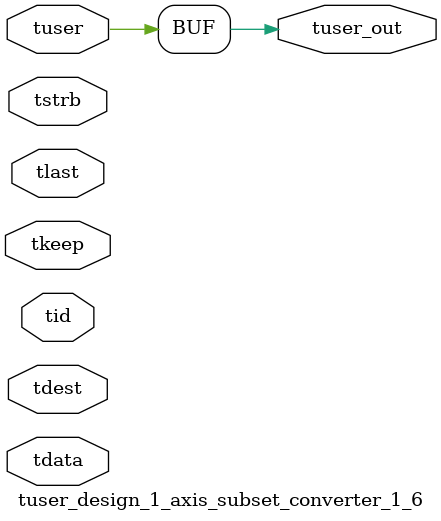
<source format=v>


`timescale 1ps/1ps

module tuser_design_1_axis_subset_converter_1_6 #
(
parameter C_S_AXIS_TUSER_WIDTH = 1,
parameter C_S_AXIS_TDATA_WIDTH = 32,
parameter C_S_AXIS_TID_WIDTH   = 0,
parameter C_S_AXIS_TDEST_WIDTH = 0,
parameter C_M_AXIS_TUSER_WIDTH = 1
)
(
input  [(C_S_AXIS_TUSER_WIDTH == 0 ? 1 : C_S_AXIS_TUSER_WIDTH)-1:0     ] tuser,
input  [(C_S_AXIS_TDATA_WIDTH == 0 ? 1 : C_S_AXIS_TDATA_WIDTH)-1:0     ] tdata,
input  [(C_S_AXIS_TID_WIDTH   == 0 ? 1 : C_S_AXIS_TID_WIDTH)-1:0       ] tid,
input  [(C_S_AXIS_TDEST_WIDTH == 0 ? 1 : C_S_AXIS_TDEST_WIDTH)-1:0     ] tdest,
input  [(C_S_AXIS_TDATA_WIDTH/8)-1:0 ] tkeep,
input  [(C_S_AXIS_TDATA_WIDTH/8)-1:0 ] tstrb,
input                                                                    tlast,
output [C_M_AXIS_TUSER_WIDTH-1:0] tuser_out
);

assign tuser_out = {tuser[0:0]};

endmodule


</source>
